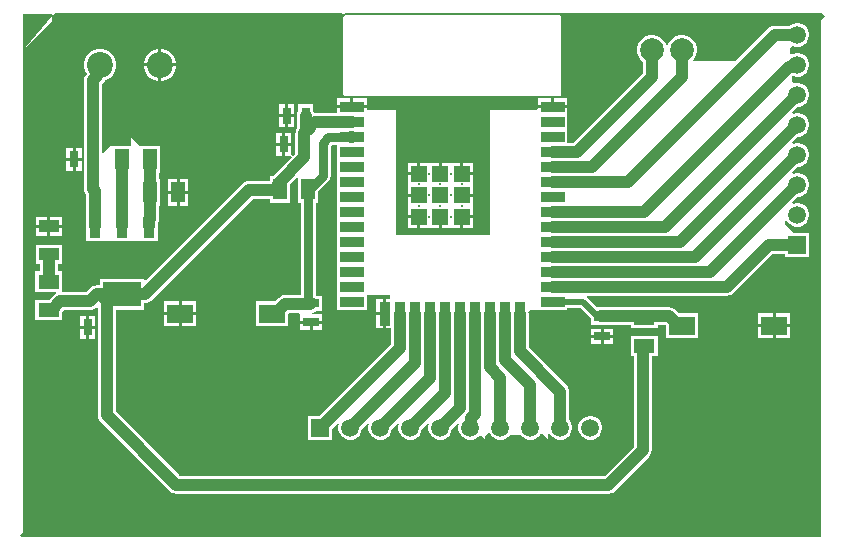
<source format=gtl>
G04*
G04 #@! TF.GenerationSoftware,Altium Limited,Altium Designer,22.9.1 (49)*
G04*
G04 Layer_Physical_Order=1*
G04 Layer_Color=255*
%FSLAX25Y25*%
%MOIN*%
G70*
G04*
G04 #@! TF.SameCoordinates,5CD507B9-0275-4A0A-92E1-85163E932064*
G04*
G04*
G04 #@! TF.FilePolarity,Positive*
G04*
G01*
G75*
%ADD14R,0.04724X0.07087*%
%ADD15R,0.05236X0.05236*%
%ADD16R,0.07874X0.03543*%
%ADD17R,0.03543X0.07874*%
%ADD18R,0.08583X0.06299*%
%ADD19R,0.03150X0.05512*%
%ADD20R,0.05512X0.03150*%
%ADD21R,0.07087X0.04724*%
%ADD22R,0.12795X0.08465*%
%ADD23R,0.03740X0.08465*%
%ADD24R,0.06693X0.04331*%
%ADD41C,0.03937*%
%ADD42C,0.02953*%
%ADD43C,0.02000*%
%ADD44C,0.05906*%
%ADD45R,0.05906X0.05906*%
%ADD46R,0.05906X0.05906*%
%ADD47C,0.07874*%
%ADD48C,0.08661*%
%ADD49C,0.01181*%
G36*
X267795Y173779D02*
X266417Y172402D01*
Y0D01*
X0D01*
X-472Y472D01*
X433Y1378D01*
Y174252D01*
X10118D01*
Y173610D01*
X11024Y174685D01*
X106894D01*
X107008Y174409D01*
X107008Y174409D01*
X108484Y174685D01*
X266890D01*
X267795Y173779D01*
D02*
G37*
%LPC*%
G36*
X10118Y173610D02*
X1339Y163189D01*
X10118Y171968D01*
Y173610D01*
D02*
G37*
G36*
X259079Y171339D02*
X258039D01*
X257033Y171069D01*
X256132Y170549D01*
X255963Y170380D01*
X251059D01*
X250284Y170278D01*
X249562Y169979D01*
X248942Y169503D01*
X237745Y158307D01*
X237283Y158498D01*
Y158543D01*
X223852D01*
X223660Y159005D01*
X224010Y159354D01*
X224660Y160480D01*
X224996Y161736D01*
Y163036D01*
X224660Y164291D01*
X224010Y165417D01*
X223091Y166336D01*
X221965Y166986D01*
X220709Y167323D01*
X219409D01*
X218154Y166986D01*
X217028Y166336D01*
X216108Y165417D01*
X215458Y164291D01*
X215318Y163767D01*
X214800D01*
X214660Y164291D01*
X214010Y165417D01*
X213090Y166336D01*
X211965Y166986D01*
X210709Y167323D01*
X209409D01*
X208154Y166986D01*
X207028Y166336D01*
X206108Y165417D01*
X205458Y164291D01*
X205122Y163036D01*
Y161736D01*
X205458Y160480D01*
X206108Y159354D01*
X207028Y158435D01*
X207065Y158414D01*
Y154626D01*
X183819Y131380D01*
X181925D01*
Y135614D01*
Y140614D01*
Y142886D01*
X172051D01*
X172051Y142886D01*
Y142886D01*
X171488Y142323D01*
X156220D01*
Y100787D01*
X156149Y100614D01*
X125578D01*
X125118Y100669D01*
X125118D01*
X125118Y100669D01*
X124685Y101102D01*
Y142205D01*
X115394D01*
X114996Y142369D01*
Y142886D01*
X105122D01*
Y141380D01*
X97690D01*
X97519Y141357D01*
X97302Y141883D01*
X97284Y141907D01*
Y144142D01*
X92134D01*
Y141907D01*
X92116Y141883D01*
X91817Y141161D01*
X91715Y140386D01*
Y136810D01*
X91791Y136229D01*
X91722Y136139D01*
X91423Y135417D01*
X91321Y134642D01*
X91134D01*
Y127695D01*
X90425Y126986D01*
X89984Y127252D01*
X89984Y127579D01*
Y130386D01*
X87910D01*
Y127130D01*
X89501D01*
X89862Y127130D01*
X90129Y126690D01*
X83868Y120429D01*
X82748D01*
Y119046D01*
X82602Y118694D01*
X75873D01*
X75098Y118592D01*
X74376Y118293D01*
X73756Y117817D01*
X41419Y85480D01*
X40957Y85671D01*
Y86118D01*
X26161D01*
Y83880D01*
X25059D01*
X24284Y83778D01*
X23562Y83479D01*
X22942Y83003D01*
X21555Y81616D01*
X14048D01*
X13602Y81748D01*
X13602Y82116D01*
Y88472D01*
X12053D01*
Y90996D01*
X13406D01*
Y97327D01*
X4713D01*
Y90996D01*
X6065D01*
Y88472D01*
X4516D01*
Y81748D01*
X11452D01*
X11551Y81248D01*
X11472Y81215D01*
X10851Y80739D01*
X9136Y79024D01*
X4516D01*
Y72299D01*
X13602D01*
Y75022D01*
X14209Y75628D01*
X22795D01*
X23570Y75730D01*
X24292Y76029D01*
X24864Y76468D01*
X25142Y76410D01*
X25364Y76318D01*
Y69886D01*
Y40587D01*
X25466Y39812D01*
X25765Y39090D01*
X26241Y38469D01*
X49442Y15269D01*
X50062Y14793D01*
X50784Y14494D01*
X51559Y14392D01*
X195559D01*
X196334Y14494D01*
X197056Y14793D01*
X197676Y15269D01*
X209176Y26769D01*
X209652Y27389D01*
X209951Y28111D01*
X210053Y28886D01*
Y60299D01*
X212102D01*
Y67024D01*
X203016D01*
Y60299D01*
X204065D01*
Y30126D01*
X194319Y20380D01*
X52799D01*
X31352Y41827D01*
Y69886D01*
Y75653D01*
X40957D01*
Y77892D01*
X41059D01*
X41834Y77994D01*
X42556Y78293D01*
X43176Y78769D01*
X77113Y112706D01*
X82748D01*
Y111343D01*
X89472D01*
Y117565D01*
X91735Y119827D01*
X92197Y119636D01*
Y111343D01*
X93034D01*
Y80577D01*
X87898D01*
X87123Y80475D01*
X86401Y80176D01*
X85781Y79700D01*
X84616Y78535D01*
X78268D01*
Y70236D01*
X88850D01*
Y74301D01*
X89138Y74589D01*
X92627D01*
X92803Y74161D01*
X92803Y74089D01*
Y72087D01*
X96559D01*
X100315D01*
Y74161D01*
X96842D01*
X96809Y74661D01*
X97031Y74691D01*
X97753Y74990D01*
X98172Y75311D01*
X100315D01*
Y80461D01*
X98084D01*
Y111343D01*
X98921D01*
Y115177D01*
X102344Y118600D01*
X102892Y119420D01*
X103084Y120386D01*
Y130413D01*
X103335Y130664D01*
X105122D01*
Y125614D01*
Y120614D01*
Y115614D01*
Y110614D01*
Y105614D01*
Y100614D01*
Y95614D01*
Y90614D01*
Y85614D01*
Y80614D01*
Y75614D01*
X114996D01*
Y80614D01*
X122835D01*
Y79386D01*
X121524D01*
Y74449D01*
Y69512D01*
X123029D01*
Y64091D01*
X99278Y40339D01*
X95606D01*
Y32433D01*
X103512D01*
Y36104D01*
X105372Y37965D01*
X105821Y37706D01*
X105606Y36906D01*
Y35865D01*
X105876Y34860D01*
X106396Y33959D01*
X107132Y33223D01*
X108033Y32702D01*
X109039Y32433D01*
X110079D01*
X111085Y32702D01*
X111986Y33223D01*
X112722Y33959D01*
X113242Y34860D01*
X113512Y35865D01*
Y36104D01*
X115372Y37965D01*
X115821Y37706D01*
X115606Y36906D01*
Y35865D01*
X115876Y34860D01*
X116396Y33959D01*
X117132Y33223D01*
X118033Y32702D01*
X119039Y32433D01*
X120079D01*
X121085Y32702D01*
X121986Y33223D01*
X122722Y33959D01*
X123242Y34860D01*
X123512Y35865D01*
Y36104D01*
X125372Y37965D01*
X125821Y37706D01*
X125606Y36906D01*
Y35865D01*
X125876Y34860D01*
X126396Y33959D01*
X127132Y33223D01*
X128033Y32702D01*
X129039Y32433D01*
X130079D01*
X131085Y32702D01*
X131986Y33223D01*
X132722Y33959D01*
X133242Y34860D01*
X133512Y35865D01*
Y36104D01*
X135372Y37965D01*
X135821Y37706D01*
X135606Y36906D01*
Y35865D01*
X135876Y34860D01*
X136396Y33959D01*
X137132Y33223D01*
X138033Y32702D01*
X139039Y32433D01*
X140079D01*
X141085Y32702D01*
X141986Y33223D01*
X142722Y33959D01*
X143242Y34860D01*
X143512Y35865D01*
Y36104D01*
X145372Y37965D01*
X145821Y37706D01*
X145606Y36906D01*
Y35865D01*
X145876Y34860D01*
X146396Y33959D01*
X147132Y33223D01*
X148033Y32702D01*
X149039Y32433D01*
X150079D01*
X151085Y32702D01*
X151986Y33223D01*
X152722Y33959D01*
X153059Y34003D01*
X154359Y32702D01*
Y33344D01*
X155585Y34570D01*
X156081Y34505D01*
X156396Y33959D01*
X157132Y33223D01*
X158033Y32702D01*
X159039Y32433D01*
X160079D01*
X161085Y32702D01*
X161986Y33223D01*
X162722Y33959D01*
X162753Y34013D01*
X166365D01*
X166396Y33959D01*
X167132Y33223D01*
X168033Y32702D01*
X169039Y32433D01*
X170079D01*
X171085Y32702D01*
X171986Y33223D01*
X172722Y33959D01*
X173037Y34505D01*
X173533Y34570D01*
X175400Y32702D01*
Y34561D01*
X175463Y34598D01*
X176128Y34423D01*
X176396Y33959D01*
X177132Y33223D01*
X178033Y32702D01*
X179039Y32433D01*
X180079D01*
X181085Y32702D01*
X181986Y33223D01*
X182722Y33959D01*
X183242Y34860D01*
X183512Y35865D01*
Y36906D01*
X183242Y37911D01*
X182722Y38813D01*
X182553Y38982D01*
Y48386D01*
X182451Y49161D01*
X182276Y49584D01*
X182152Y49883D01*
X181676Y50503D01*
X169053Y63126D01*
Y74413D01*
X168967Y75065D01*
X169169Y75402D01*
X169336Y75565D01*
X172002Y75565D01*
X172051Y75614D01*
X181925D01*
Y76347D01*
X186258D01*
X189803Y72801D01*
Y70610D01*
X192857D01*
X193096Y70579D01*
X203016D01*
Y69748D01*
X212102D01*
Y70541D01*
X214673D01*
X214913Y70301D01*
Y66236D01*
X225496D01*
Y74535D01*
X219148D01*
X218031Y75653D01*
X217410Y76128D01*
X216688Y76428D01*
X215913Y76530D01*
X205806D01*
X205522Y76567D01*
X193343D01*
X193059Y76604D01*
X192284Y76502D01*
X191991Y76381D01*
X188544Y79828D01*
X188449Y79892D01*
X188600Y80392D01*
X235059D01*
X235834Y80494D01*
X236556Y80793D01*
X237176Y81269D01*
X250299Y94392D01*
X254606D01*
Y93433D01*
X262512D01*
Y101339D01*
X257485D01*
X254449Y104375D01*
Y105599D01*
X254949Y105733D01*
X255396Y104959D01*
X256132Y104223D01*
X257033Y103702D01*
X258039Y103433D01*
X259079D01*
X260085Y103702D01*
X260986Y104223D01*
X261722Y104959D01*
X262242Y105860D01*
X262512Y106865D01*
Y107906D01*
X262242Y108912D01*
X261722Y109813D01*
X260986Y110549D01*
X260085Y111069D01*
X259079Y111339D01*
X258039D01*
X257239Y111124D01*
X256980Y111573D01*
X258841Y113433D01*
X259079D01*
X260085Y113702D01*
X260986Y114223D01*
X261722Y114959D01*
X262242Y115860D01*
X262512Y116865D01*
Y117906D01*
X262242Y118912D01*
X261722Y119813D01*
X260986Y120549D01*
X260085Y121069D01*
X259079Y121339D01*
X258039D01*
X257239Y121124D01*
X256980Y121573D01*
X258841Y123433D01*
X259079D01*
X260085Y123702D01*
X260986Y124223D01*
X261722Y124959D01*
X262242Y125860D01*
X262512Y126865D01*
Y127906D01*
X262242Y128911D01*
X261722Y129813D01*
X260986Y130549D01*
X260085Y131069D01*
X259079Y131339D01*
X258039D01*
X257239Y131124D01*
X256980Y131573D01*
X258841Y133433D01*
X259079D01*
X260085Y133702D01*
X260986Y134223D01*
X261722Y134959D01*
X262242Y135860D01*
X262512Y136865D01*
Y137906D01*
X262242Y138911D01*
X261722Y139813D01*
X260986Y140549D01*
X260085Y141069D01*
X259079Y141339D01*
X258039D01*
X257239Y141124D01*
X256980Y141573D01*
X258841Y143433D01*
X259079D01*
X260085Y143702D01*
X260986Y144223D01*
X261722Y144959D01*
X262242Y145860D01*
X262512Y146865D01*
Y147906D01*
X262242Y148911D01*
X261722Y149813D01*
X260986Y150549D01*
X260085Y151069D01*
X259079Y151339D01*
X258039D01*
X257456Y151182D01*
X256956Y151566D01*
Y153549D01*
X257607D01*
X258039Y153433D01*
X259079D01*
X260085Y153702D01*
X260986Y154223D01*
X261722Y154959D01*
X262242Y155860D01*
X262512Y156865D01*
Y157906D01*
X262242Y158912D01*
X261722Y159813D01*
X260986Y160549D01*
X260085Y161069D01*
X259079Y161339D01*
X258039D01*
X257033Y161069D01*
X256565Y160799D01*
X256132Y161049D01*
Y162801D01*
X257033Y163702D01*
X258039Y163433D01*
X259079D01*
X260085Y163702D01*
X260986Y164223D01*
X261722Y164959D01*
X262242Y165860D01*
X262512Y166865D01*
Y167906D01*
X262242Y168912D01*
X261722Y169813D01*
X260986Y170549D01*
X260085Y171069D01*
X259079Y171339D01*
D02*
G37*
G36*
X46761Y162716D02*
X46559D01*
Y157886D01*
X51390D01*
Y158088D01*
X51026Y159443D01*
X50325Y160659D01*
X49332Y161652D01*
X48117Y162353D01*
X46761Y162716D01*
D02*
G37*
G36*
X45559D02*
X45357D01*
X44001Y162353D01*
X42786Y161652D01*
X41793Y160659D01*
X41092Y159443D01*
X40728Y158088D01*
Y157886D01*
X45559D01*
Y162716D01*
D02*
G37*
G36*
X51390Y156886D02*
X46559D01*
Y152055D01*
X46761D01*
X48117Y152418D01*
X49332Y153120D01*
X50325Y154113D01*
X51026Y155328D01*
X51390Y156684D01*
Y156886D01*
D02*
G37*
G36*
X45559D02*
X40728D01*
Y156684D01*
X41092Y155328D01*
X41793Y154113D01*
X42786Y153120D01*
X44001Y152418D01*
X45357Y152055D01*
X45559D01*
Y156886D01*
D02*
G37*
G36*
X178957Y173894D02*
X108091D01*
X107700Y173816D01*
X107370Y173595D01*
X107149Y173264D01*
X107071Y172874D01*
Y148071D01*
X107149Y147681D01*
X107370Y147350D01*
X107700Y147129D01*
X108091Y147051D01*
X178957D01*
X179347Y147129D01*
X179678Y147350D01*
X179899Y147681D01*
X179976Y148071D01*
Y172874D01*
X179899Y173264D01*
X179678Y173595D01*
X179347Y173816D01*
X178957Y173894D01*
D02*
G37*
G36*
X181925Y146158D02*
X177488D01*
Y143886D01*
X181925D01*
Y146158D01*
D02*
G37*
G36*
X176488D02*
X172051D01*
Y143886D01*
X176488D01*
Y146158D01*
D02*
G37*
G36*
X114996D02*
X110559D01*
Y143886D01*
X114996D01*
Y146158D01*
D02*
G37*
G36*
X109559D02*
X105122D01*
Y143886D01*
X109559D01*
Y146158D01*
D02*
G37*
G36*
X90984Y144142D02*
X88910D01*
Y140886D01*
X90984D01*
Y144142D01*
D02*
G37*
G36*
X87910D02*
X85835D01*
Y140886D01*
X87910D01*
Y144142D01*
D02*
G37*
G36*
X90984Y139886D02*
X88910D01*
Y136630D01*
X90984D01*
Y139886D01*
D02*
G37*
G36*
X87910D02*
X85835D01*
Y136630D01*
X87910D01*
Y139886D01*
D02*
G37*
G36*
X89984Y134642D02*
X87910D01*
Y131386D01*
X89984D01*
Y134642D01*
D02*
G37*
G36*
X86910D02*
X84835D01*
Y131386D01*
X86910D01*
Y134642D01*
D02*
G37*
G36*
Y130386D02*
X84835D01*
Y127130D01*
X86910D01*
Y130386D01*
D02*
G37*
G36*
X20134Y129642D02*
X18059D01*
Y126386D01*
X20134D01*
Y129642D01*
D02*
G37*
G36*
X17059D02*
X14984D01*
Y126386D01*
X17059D01*
Y129642D01*
D02*
G37*
G36*
X20134Y125386D02*
X18059D01*
Y122130D01*
X20134D01*
Y125386D01*
D02*
G37*
G36*
X17059D02*
X14984D01*
Y122130D01*
X17059D01*
Y125386D01*
D02*
G37*
G36*
X150429Y124701D02*
X147311D01*
Y121583D01*
X150429D01*
Y124701D01*
D02*
G37*
G36*
X131862D02*
X128744D01*
Y121583D01*
X131862D01*
Y124701D01*
D02*
G37*
G36*
X146311D02*
X140087D01*
Y121083D01*
X139087D01*
Y124701D01*
X132862D01*
Y121083D01*
X132362D01*
Y120583D01*
X128744D01*
Y117465D01*
Y114358D01*
X132362D01*
Y113358D01*
X128744D01*
Y110240D01*
Y107134D01*
X132362D01*
Y106634D01*
X132862D01*
Y103016D01*
X139087D01*
Y106634D01*
X140087D01*
Y103016D01*
X146311D01*
Y106634D01*
X146811D01*
Y107134D01*
X150429D01*
Y110240D01*
Y113358D01*
X146811D01*
Y114358D01*
X150429D01*
Y117465D01*
Y120583D01*
X146811D01*
Y121083D01*
X146311D01*
Y124701D01*
D02*
G37*
G36*
X55646Y119429D02*
X52784D01*
Y115386D01*
X55646D01*
Y119429D01*
D02*
G37*
G36*
X51784D02*
X48921D01*
Y115386D01*
X51784D01*
Y119429D01*
D02*
G37*
G36*
X55646Y114386D02*
X52784D01*
Y110343D01*
X55646D01*
Y114386D01*
D02*
G37*
G36*
X51784D02*
X48921D01*
Y110343D01*
X51784D01*
Y114386D01*
D02*
G37*
G36*
X13406Y106776D02*
X9559D01*
Y104110D01*
X13406D01*
Y106776D01*
D02*
G37*
G36*
X8559D02*
X4713D01*
Y104110D01*
X8559D01*
Y106776D01*
D02*
G37*
G36*
X150429Y106134D02*
X147311D01*
Y103016D01*
X150429D01*
Y106134D01*
D02*
G37*
G36*
X131862D02*
X128744D01*
Y103016D01*
X131862D01*
Y106134D01*
D02*
G37*
G36*
X13406Y103110D02*
X9559D01*
Y100445D01*
X13406D01*
Y103110D01*
D02*
G37*
G36*
X8559D02*
X4713D01*
Y100445D01*
X8559D01*
Y103110D01*
D02*
G37*
G36*
X26761Y162716D02*
X25357D01*
X24002Y162353D01*
X22786Y161652D01*
X21793Y160659D01*
X21092Y159443D01*
X20728Y158088D01*
Y156684D01*
X21092Y155328D01*
X21709Y154260D01*
X21265Y153682D01*
X20966Y152960D01*
X20864Y152185D01*
Y125886D01*
Y116061D01*
X20966Y115286D01*
X21265Y114564D01*
X21510Y114245D01*
Y103720D01*
X21612Y102945D01*
X21634Y102892D01*
Y98488D01*
X27374D01*
Y98488D01*
X27874Y98488D01*
X30689D01*
X30748Y98429D01*
Y98488D01*
X45484D01*
Y102892D01*
X45506Y102945D01*
X45608Y103720D01*
Y105045D01*
X45727Y105331D01*
X45829Y106106D01*
Y110343D01*
X46197D01*
Y119429D01*
X45803D01*
Y121343D01*
X46146D01*
Y130429D01*
X39421D01*
X36429Y133421D01*
Y130429D01*
X29972D01*
Y130563D01*
X27314Y127905D01*
X26852Y128096D01*
Y150945D01*
X27272Y151365D01*
X27748Y151985D01*
X27904Y152361D01*
X28117Y152418D01*
X29332Y153120D01*
X30325Y154113D01*
X31027Y155328D01*
X31390Y156684D01*
Y158088D01*
X31027Y159443D01*
X30325Y160659D01*
X29332Y161652D01*
X28117Y162353D01*
X26761Y162716D01*
D02*
G37*
G36*
X120524Y79386D02*
X118252D01*
Y74949D01*
X120524D01*
Y79386D01*
D02*
G37*
G36*
X58142Y78535D02*
X53350D01*
Y74886D01*
X58142D01*
Y78535D01*
D02*
G37*
G36*
X52350D02*
X47559D01*
Y74886D01*
X52350D01*
Y78535D01*
D02*
G37*
G36*
X256205Y74535D02*
X251413D01*
Y70886D01*
X256205D01*
Y74535D01*
D02*
G37*
G36*
X250413D02*
X245622D01*
Y70886D01*
X250413D01*
Y74535D01*
D02*
G37*
G36*
X24634Y73642D02*
X22559D01*
Y70386D01*
X24634D01*
Y73642D01*
D02*
G37*
G36*
X21559D02*
X19484D01*
Y70386D01*
X21559D01*
Y73642D01*
D02*
G37*
G36*
X58142Y73886D02*
X53350D01*
Y70236D01*
X58142D01*
Y73886D01*
D02*
G37*
G36*
X52350D02*
X47559D01*
Y70236D01*
X52350D01*
Y73886D01*
D02*
G37*
G36*
X120524Y73949D02*
X118252D01*
Y69512D01*
X120524D01*
Y73949D01*
D02*
G37*
G36*
X100315Y71087D02*
X97059D01*
Y69012D01*
X100315D01*
Y71087D01*
D02*
G37*
G36*
X96059D02*
X92803D01*
Y69012D01*
X96059D01*
Y71087D01*
D02*
G37*
G36*
X197315Y69461D02*
X194059D01*
Y67386D01*
X197315D01*
Y69461D01*
D02*
G37*
G36*
X193059D02*
X189803D01*
Y67386D01*
X193059D01*
Y69461D01*
D02*
G37*
G36*
X256205Y69886D02*
X251413D01*
Y66236D01*
X256205D01*
Y69886D01*
D02*
G37*
G36*
X250413D02*
X245622D01*
Y66236D01*
X250413D01*
Y69886D01*
D02*
G37*
G36*
X24634Y69386D02*
X22559D01*
Y66130D01*
X24634D01*
Y69386D01*
D02*
G37*
G36*
X21559D02*
X19484D01*
Y66130D01*
X21559D01*
Y69386D01*
D02*
G37*
G36*
X197315Y66386D02*
X194059D01*
Y64311D01*
X197315D01*
Y66386D01*
D02*
G37*
G36*
X193059D02*
X189803D01*
Y64311D01*
X193059D01*
Y66386D01*
D02*
G37*
G36*
X190079Y40339D02*
X189039D01*
X188033Y40069D01*
X187132Y39549D01*
X186396Y38813D01*
X185876Y37911D01*
X185606Y36906D01*
Y35865D01*
X185876Y34860D01*
X186396Y33959D01*
X187132Y33223D01*
X188033Y32702D01*
X189039Y32433D01*
X190079D01*
X191085Y32702D01*
X191986Y33223D01*
X192722Y33959D01*
X193242Y34860D01*
X193512Y35865D01*
Y36906D01*
X193242Y37911D01*
X192722Y38813D01*
X191986Y39549D01*
X191085Y40069D01*
X190079Y40339D01*
D02*
G37*
%LPD*%
D14*
X95559Y115886D02*
D03*
X86110D02*
D03*
X42835Y114886D02*
D03*
X52284D02*
D03*
X33335Y125886D02*
D03*
X42783D02*
D03*
D15*
X146811Y106634D02*
D03*
X139587D02*
D03*
X132362D02*
D03*
X146811Y113858D02*
D03*
X139587D02*
D03*
X132362D02*
D03*
X146811Y121083D02*
D03*
X139587D02*
D03*
X132362D02*
D03*
D16*
X176988Y143386D02*
D03*
Y138386D02*
D03*
Y133386D02*
D03*
Y128386D02*
D03*
Y123386D02*
D03*
Y118386D02*
D03*
Y113386D02*
D03*
Y108386D02*
D03*
Y103386D02*
D03*
Y98386D02*
D03*
Y93386D02*
D03*
Y88386D02*
D03*
Y83386D02*
D03*
Y78386D02*
D03*
X110059D02*
D03*
Y83386D02*
D03*
Y88386D02*
D03*
Y93386D02*
D03*
Y98386D02*
D03*
Y103386D02*
D03*
Y108386D02*
D03*
Y113386D02*
D03*
Y118386D02*
D03*
Y123386D02*
D03*
Y128386D02*
D03*
Y133386D02*
D03*
Y138386D02*
D03*
Y143386D02*
D03*
D17*
X166024Y74449D02*
D03*
X161024D02*
D03*
X156024D02*
D03*
X151024D02*
D03*
X146024D02*
D03*
X141024D02*
D03*
X136024D02*
D03*
X131024D02*
D03*
X126024D02*
D03*
X121024D02*
D03*
D18*
X83559Y74386D02*
D03*
X52850D02*
D03*
X250913Y70386D02*
D03*
X220205D02*
D03*
D19*
X94709Y140386D02*
D03*
X88410D02*
D03*
X93709Y130886D02*
D03*
X87410D02*
D03*
X23858Y125886D02*
D03*
X17559D02*
D03*
X28358Y69886D02*
D03*
X22059D02*
D03*
D20*
X96559Y77886D02*
D03*
Y71587D02*
D03*
X193559Y66886D02*
D03*
Y73185D02*
D03*
D21*
X9059Y85110D02*
D03*
Y75661D02*
D03*
X207559Y73110D02*
D03*
Y63661D02*
D03*
D22*
X33559Y80886D02*
D03*
D23*
X24504Y103720D02*
D03*
X33559D02*
D03*
X42614D02*
D03*
D24*
X9059Y103610D02*
D03*
Y94161D02*
D03*
D41*
X96114Y136810D02*
X97690Y138386D01*
X94315Y126642D02*
Y134642D01*
X33559Y80886D02*
X41059D01*
X26094D02*
X33559D01*
X25155Y153482D02*
Y156482D01*
X23858Y152185D02*
X25155Y153482D01*
Y156482D02*
X26059Y157386D01*
X23858Y125886D02*
Y152185D01*
X207059Y63268D02*
X207453Y63661D01*
X207559D01*
X207059Y28886D02*
Y63268D01*
X195559Y17386D02*
X207059Y28886D01*
X51559Y17386D02*
X195559D01*
X28358Y40587D02*
X51559Y17386D01*
X28358Y40587D02*
Y69886D01*
X166059Y61886D02*
Y74413D01*
X166024Y74449D02*
X166059Y74413D01*
X179559Y36386D02*
Y48386D01*
X166059Y61886D02*
X179559Y48386D01*
X161024Y59066D02*
Y74449D01*
Y59066D02*
X169559Y50530D01*
Y36386D02*
Y50530D01*
X156024Y56565D02*
Y74449D01*
Y56565D02*
X159559Y53030D01*
Y36386D02*
Y53030D01*
X151024Y40868D02*
Y74449D01*
X149936Y39781D02*
X151024Y40868D01*
X149936Y36762D02*
Y39781D01*
X149559Y36386D02*
X149936Y36762D01*
X146024Y42850D02*
Y74449D01*
X139559Y36386D02*
X146024Y42850D01*
X141024Y47850D02*
Y74449D01*
X129559Y36386D02*
X141024Y47850D01*
X136024Y52850D02*
Y74449D01*
X119559Y36386D02*
X136024Y52850D01*
X131024Y57850D02*
Y74449D01*
X109559Y36386D02*
X131024Y57850D01*
X126024Y62850D02*
Y74449D01*
X99559Y36386D02*
X126024Y62850D01*
X94315Y134642D02*
X96114Y136441D01*
X97690Y138386D02*
X110059D01*
X96114Y136441D02*
Y136810D01*
X94709D02*
Y140386D01*
X85924Y115700D02*
X86110Y115886D01*
X75873Y115700D02*
X85924D01*
X41059Y80886D02*
X75873Y115700D01*
X85425Y117752D02*
X94315Y126642D01*
X109862Y133189D02*
X110059Y133386D01*
X84701Y74386D02*
X87898Y77583D01*
X96256D01*
X96559Y77886D01*
X83559Y74386D02*
X84701D01*
X25059Y80886D02*
X26094D01*
X28358Y69886D02*
Y78622D01*
X26094Y80886D02*
X28358Y78622D01*
X9059Y85110D02*
Y94161D01*
X12968Y78622D02*
X22795D01*
X10008Y75661D02*
X12968Y78622D01*
X22795D02*
X25059Y80886D01*
X9059Y75661D02*
X10008D01*
X42614Y105886D02*
X42835Y106106D01*
X42614Y103720D02*
Y105886D01*
X42835Y106106D02*
Y114886D01*
X42809Y114911D02*
Y125860D01*
X42783Y125886D02*
X42809Y125860D01*
Y114911D02*
X42835Y114886D01*
X33335Y125886D02*
X33461Y125760D01*
Y103819D02*
X33559Y103720D01*
X33461Y103819D02*
Y125760D01*
X23858Y116061D02*
X24504Y115415D01*
Y103720D02*
Y115415D01*
X23858Y116061D02*
Y125886D01*
X205559Y73535D02*
X215913D01*
X219063Y70386D01*
X220205D01*
X193096Y73573D02*
X205522D01*
X205559Y73535D01*
X193059Y73610D02*
X193096Y73573D01*
X207559Y108386D02*
X255716Y156543D01*
X176988Y108386D02*
X207559D01*
X176988Y103386D02*
X214559D01*
X258559Y147386D01*
X219559Y98386D02*
X258559Y137386D01*
X176988Y98386D02*
X219559D01*
X202059Y118386D02*
X251059Y167386D01*
X176988Y118386D02*
X202059D01*
X251059Y167386D02*
X258559D01*
X176988Y93386D02*
X224559D01*
X258559Y127386D01*
X229559Y88386D02*
X258559Y117386D01*
X176988Y88386D02*
X229559D01*
X176988Y83386D02*
X235059D01*
X249059Y97386D01*
X258559D01*
X257716Y156543D02*
X258559Y157386D01*
X255716Y156543D02*
X257716D01*
X190059Y123386D02*
X220059Y153386D01*
Y162386D01*
X176988Y123386D02*
X190059D01*
X210059Y153386D02*
Y162386D01*
X185059Y128386D02*
X210059Y153386D01*
X176988Y128386D02*
X185059D01*
D42*
X95559Y77984D02*
X95657Y77886D01*
X96559D01*
X95559Y77984D02*
Y115886D01*
X102289Y133189D02*
X109862D01*
X100559Y120386D02*
Y131459D01*
X96559Y116386D02*
X100559Y120386D01*
Y131459D02*
X102289Y133189D01*
D43*
X187102Y78386D02*
X191878Y73610D01*
X193059D01*
X176988Y78386D02*
X187102D01*
D44*
X189559Y36386D02*
D03*
X129559D02*
D03*
X119559D02*
D03*
X179559D02*
D03*
X169559D02*
D03*
X159559D02*
D03*
X149559D02*
D03*
X139559D02*
D03*
X109559D02*
D03*
X258559Y107386D02*
D03*
Y117386D02*
D03*
Y127386D02*
D03*
Y137386D02*
D03*
Y147386D02*
D03*
Y157386D02*
D03*
Y167386D02*
D03*
D45*
X99559Y36386D02*
D03*
D46*
X258559Y97386D02*
D03*
D47*
X210059Y162386D02*
D03*
X220059D02*
D03*
D48*
X26059Y157386D02*
D03*
X46059D02*
D03*
D49*
X143199Y106634D02*
D03*
X135974D02*
D03*
X146811Y110246D02*
D03*
X139587D02*
D03*
X132362D02*
D03*
X143199Y113858D02*
D03*
X135974D02*
D03*
X146811Y117471D02*
D03*
X139587D02*
D03*
X132362D02*
D03*
X143199Y121083D02*
D03*
X135974D02*
D03*
M02*

</source>
